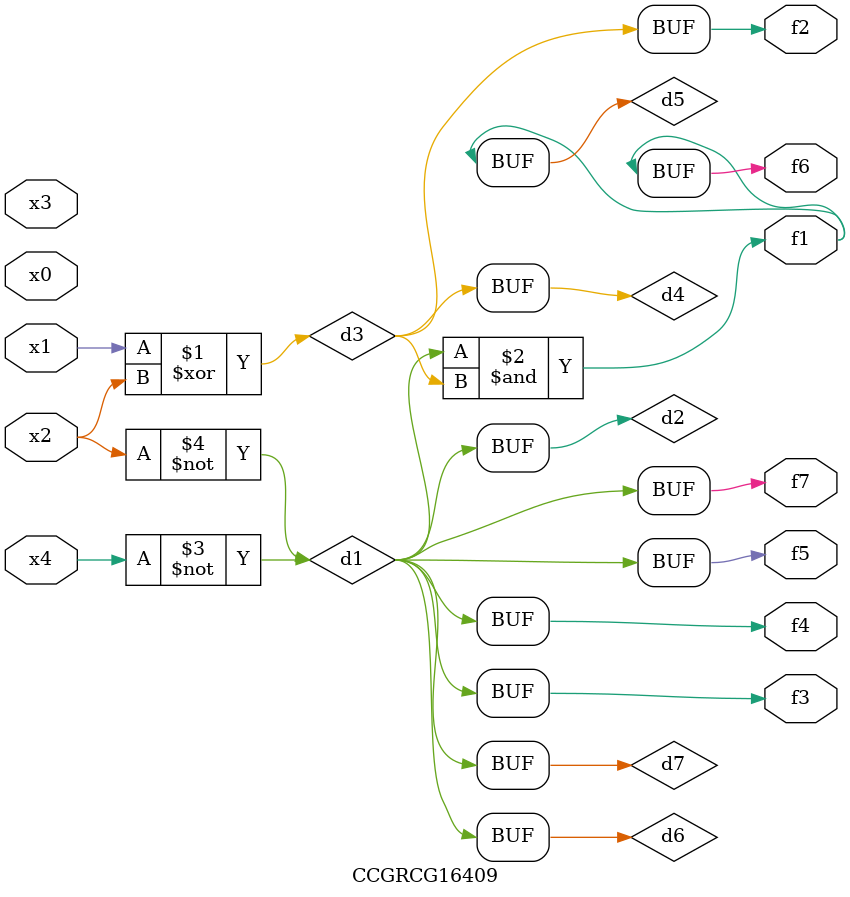
<source format=v>
module CCGRCG16409(
	input x0, x1, x2, x3, x4,
	output f1, f2, f3, f4, f5, f6, f7
);

	wire d1, d2, d3, d4, d5, d6, d7;

	not (d1, x4);
	not (d2, x2);
	xor (d3, x1, x2);
	buf (d4, d3);
	and (d5, d1, d3);
	buf (d6, d1, d2);
	buf (d7, d2);
	assign f1 = d5;
	assign f2 = d4;
	assign f3 = d7;
	assign f4 = d7;
	assign f5 = d7;
	assign f6 = d5;
	assign f7 = d7;
endmodule

</source>
